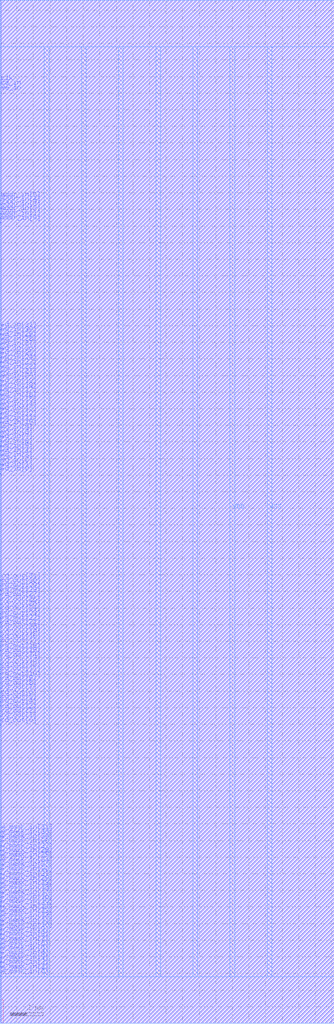
<source format=lef>
VERSION 5.7 ;
BUSBITCHARS "[]" ;
MACRO fakeram45_64x32
  FOREIGN fakeram45_64x32 0 0 ;
  SYMMETRY X Y R90 ;
  SIZE 0.19 BY 1.4 ;
  CLASS BLOCK ;
  PIN w_mask_in[0]
    DIRECTION INPUT ;
    USE SIGNAL ;
    SHAPE ABUTMENT ;
    PORT
      LAYER metal3 ;
      RECT 0.000 2.800 0.070 2.870 ;
    END
  END w_mask_in[0]
  PIN w_mask_in[1]
    DIRECTION INPUT ;
    USE SIGNAL ;
    SHAPE ABUTMENT ;
    PORT
      LAYER metal3 ;
      RECT 0.000 3.080 0.070 3.150 ;
    END
  END w_mask_in[1]
  PIN w_mask_in[2]
    DIRECTION INPUT ;
    USE SIGNAL ;
    SHAPE ABUTMENT ;
    PORT
      LAYER metal3 ;
      RECT 0.000 3.360 0.070 3.430 ;
    END
  END w_mask_in[2]
  PIN w_mask_in[3]
    DIRECTION INPUT ;
    USE SIGNAL ;
    SHAPE ABUTMENT ;
    PORT
      LAYER metal3 ;
      RECT 0.000 3.640 0.070 3.710 ;
    END
  END w_mask_in[3]
  PIN w_mask_in[4]
    DIRECTION INPUT ;
    USE SIGNAL ;
    SHAPE ABUTMENT ;
    PORT
      LAYER metal3 ;
      RECT 0.000 3.920 0.070 3.990 ;
    END
  END w_mask_in[4]
  PIN w_mask_in[5]
    DIRECTION INPUT ;
    USE SIGNAL ;
    SHAPE ABUTMENT ;
    PORT
      LAYER metal3 ;
      RECT 0.000 4.200 0.070 4.270 ;
    END
  END w_mask_in[5]
  PIN w_mask_in[6]
    DIRECTION INPUT ;
    USE SIGNAL ;
    SHAPE ABUTMENT ;
    PORT
      LAYER metal3 ;
      RECT 0.000 4.480 0.070 4.550 ;
    END
  END w_mask_in[6]
  PIN w_mask_in[7]
    DIRECTION INPUT ;
    USE SIGNAL ;
    SHAPE ABUTMENT ;
    PORT
      LAYER metal3 ;
      RECT 0.000 4.760 0.070 4.830 ;
    END
  END w_mask_in[7]
  PIN w_mask_in[8]
    DIRECTION INPUT ;
    USE SIGNAL ;
    SHAPE ABUTMENT ;
    PORT
      LAYER metal3 ;
      RECT 0.000 5.040 0.070 5.110 ;
    END
  END w_mask_in[8]
  PIN w_mask_in[9]
    DIRECTION INPUT ;
    USE SIGNAL ;
    SHAPE ABUTMENT ;
    PORT
      LAYER metal3 ;
      RECT 0.000 5.320 0.070 5.390 ;
    END
  END w_mask_in[9]
  PIN w_mask_in[10]
    DIRECTION INPUT ;
    USE SIGNAL ;
    SHAPE ABUTMENT ;
    PORT
      LAYER metal3 ;
      RECT 0.000 5.600 0.070 5.670 ;
    END
  END w_mask_in[10]
  PIN w_mask_in[11]
    DIRECTION INPUT ;
    USE SIGNAL ;
    SHAPE ABUTMENT ;
    PORT
      LAYER metal3 ;
      RECT 0.000 5.880 0.070 5.950 ;
    END
  END w_mask_in[11]
  PIN w_mask_in[12]
    DIRECTION INPUT ;
    USE SIGNAL ;
    SHAPE ABUTMENT ;
    PORT
      LAYER metal3 ;
      RECT 0.000 6.160 0.070 6.230 ;
    END
  END w_mask_in[12]
  PIN w_mask_in[13]
    DIRECTION INPUT ;
    USE SIGNAL ;
    SHAPE ABUTMENT ;
    PORT
      LAYER metal3 ;
      RECT 0.000 6.440 0.070 6.510 ;
    END
  END w_mask_in[13]
  PIN w_mask_in[14]
    DIRECTION INPUT ;
    USE SIGNAL ;
    SHAPE ABUTMENT ;
    PORT
      LAYER metal3 ;
      RECT 0.000 6.720 0.070 6.790 ;
    END
  END w_mask_in[14]
  PIN w_mask_in[15]
    DIRECTION INPUT ;
    USE SIGNAL ;
    SHAPE ABUTMENT ;
    PORT
      LAYER metal3 ;
      RECT 0.000 7.000 0.070 7.070 ;
    END
  END w_mask_in[15]
  PIN w_mask_in[16]
    DIRECTION INPUT ;
    USE SIGNAL ;
    SHAPE ABUTMENT ;
    PORT
      LAYER metal3 ;
      RECT 0.000 7.280 0.070 7.350 ;
    END
  END w_mask_in[16]
  PIN w_mask_in[17]
    DIRECTION INPUT ;
    USE SIGNAL ;
    SHAPE ABUTMENT ;
    PORT
      LAYER metal3 ;
      RECT 0.000 7.560 0.070 7.630 ;
    END
  END w_mask_in[17]
  PIN w_mask_in[18]
    DIRECTION INPUT ;
    USE SIGNAL ;
    SHAPE ABUTMENT ;
    PORT
      LAYER metal3 ;
      RECT 0.000 7.840 0.070 7.910 ;
    END
  END w_mask_in[18]
  PIN w_mask_in[19]
    DIRECTION INPUT ;
    USE SIGNAL ;
    SHAPE ABUTMENT ;
    PORT
      LAYER metal3 ;
      RECT 0.000 8.120 0.070 8.190 ;
    END
  END w_mask_in[19]
  PIN w_mask_in[20]
    DIRECTION INPUT ;
    USE SIGNAL ;
    SHAPE ABUTMENT ;
    PORT
      LAYER metal3 ;
      RECT 0.000 8.400 0.070 8.470 ;
    END
  END w_mask_in[20]
  PIN w_mask_in[21]
    DIRECTION INPUT ;
    USE SIGNAL ;
    SHAPE ABUTMENT ;
    PORT
      LAYER metal3 ;
      RECT 0.000 8.680 0.070 8.750 ;
    END
  END w_mask_in[21]
  PIN w_mask_in[22]
    DIRECTION INPUT ;
    USE SIGNAL ;
    SHAPE ABUTMENT ;
    PORT
      LAYER metal3 ;
      RECT 0.000 8.960 0.070 9.030 ;
    END
  END w_mask_in[22]
  PIN w_mask_in[23]
    DIRECTION INPUT ;
    USE SIGNAL ;
    SHAPE ABUTMENT ;
    PORT
      LAYER metal3 ;
      RECT 0.000 9.240 0.070 9.310 ;
    END
  END w_mask_in[23]
  PIN w_mask_in[24]
    DIRECTION INPUT ;
    USE SIGNAL ;
    SHAPE ABUTMENT ;
    PORT
      LAYER metal3 ;
      RECT 0.000 9.520 0.070 9.590 ;
    END
  END w_mask_in[24]
  PIN w_mask_in[25]
    DIRECTION INPUT ;
    USE SIGNAL ;
    SHAPE ABUTMENT ;
    PORT
      LAYER metal3 ;
      RECT 0.000 9.800 0.070 9.870 ;
    END
  END w_mask_in[25]
  PIN w_mask_in[26]
    DIRECTION INPUT ;
    USE SIGNAL ;
    SHAPE ABUTMENT ;
    PORT
      LAYER metal3 ;
      RECT 0.000 10.080 0.070 10.150 ;
    END
  END w_mask_in[26]
  PIN w_mask_in[27]
    DIRECTION INPUT ;
    USE SIGNAL ;
    SHAPE ABUTMENT ;
    PORT
      LAYER metal3 ;
      RECT 0.000 10.360 0.070 10.430 ;
    END
  END w_mask_in[27]
  PIN w_mask_in[28]
    DIRECTION INPUT ;
    USE SIGNAL ;
    SHAPE ABUTMENT ;
    PORT
      LAYER metal3 ;
      RECT 0.000 10.640 0.070 10.710 ;
    END
  END w_mask_in[28]
  PIN w_mask_in[29]
    DIRECTION INPUT ;
    USE SIGNAL ;
    SHAPE ABUTMENT ;
    PORT
      LAYER metal3 ;
      RECT 0.000 10.920 0.070 10.990 ;
    END
  END w_mask_in[29]
  PIN w_mask_in[30]
    DIRECTION INPUT ;
    USE SIGNAL ;
    SHAPE ABUTMENT ;
    PORT
      LAYER metal3 ;
      RECT 0.000 11.200 0.070 11.270 ;
    END
  END w_mask_in[30]
  PIN w_mask_in[31]
    DIRECTION INPUT ;
    USE SIGNAL ;
    SHAPE ABUTMENT ;
    PORT
      LAYER metal3 ;
      RECT 0.000 11.480 0.070 11.550 ;
    END
  END w_mask_in[31]
  PIN rd_out[0]
    DIRECTION OUTPUT ;
    USE SIGNAL ;
    SHAPE ABUTMENT ;
    PORT
      LAYER metal3 ;
      RECT 0.000 17.920 0.070 17.990 ;
    END
  END rd_out[0]
  PIN rd_out[1]
    DIRECTION OUTPUT ;
    USE SIGNAL ;
    SHAPE ABUTMENT ;
    PORT
      LAYER metal3 ;
      RECT 0.000 18.200 0.070 18.270 ;
    END
  END rd_out[1]
  PIN rd_out[2]
    DIRECTION OUTPUT ;
    USE SIGNAL ;
    SHAPE ABUTMENT ;
    PORT
      LAYER metal3 ;
      RECT 0.000 18.480 0.070 18.550 ;
    END
  END rd_out[2]
  PIN rd_out[3]
    DIRECTION OUTPUT ;
    USE SIGNAL ;
    SHAPE ABUTMENT ;
    PORT
      LAYER metal3 ;
      RECT 0.000 18.760 0.070 18.830 ;
    END
  END rd_out[3]
  PIN rd_out[4]
    DIRECTION OUTPUT ;
    USE SIGNAL ;
    SHAPE ABUTMENT ;
    PORT
      LAYER metal3 ;
      RECT 0.000 19.040 0.070 19.110 ;
    END
  END rd_out[4]
  PIN rd_out[5]
    DIRECTION OUTPUT ;
    USE SIGNAL ;
    SHAPE ABUTMENT ;
    PORT
      LAYER metal3 ;
      RECT 0.000 19.320 0.070 19.390 ;
    END
  END rd_out[5]
  PIN rd_out[6]
    DIRECTION OUTPUT ;
    USE SIGNAL ;
    SHAPE ABUTMENT ;
    PORT
      LAYER metal3 ;
      RECT 0.000 19.600 0.070 19.670 ;
    END
  END rd_out[6]
  PIN rd_out[7]
    DIRECTION OUTPUT ;
    USE SIGNAL ;
    SHAPE ABUTMENT ;
    PORT
      LAYER metal3 ;
      RECT 0.000 19.880 0.070 19.950 ;
    END
  END rd_out[7]
  PIN rd_out[8]
    DIRECTION OUTPUT ;
    USE SIGNAL ;
    SHAPE ABUTMENT ;
    PORT
      LAYER metal3 ;
      RECT 0.000 20.160 0.070 20.230 ;
    END
  END rd_out[8]
  PIN rd_out[9]
    DIRECTION OUTPUT ;
    USE SIGNAL ;
    SHAPE ABUTMENT ;
    PORT
      LAYER metal3 ;
      RECT 0.000 20.440 0.070 20.510 ;
    END
  END rd_out[9]
  PIN rd_out[10]
    DIRECTION OUTPUT ;
    USE SIGNAL ;
    SHAPE ABUTMENT ;
    PORT
      LAYER metal3 ;
      RECT 0.000 20.720 0.070 20.790 ;
    END
  END rd_out[10]
  PIN rd_out[11]
    DIRECTION OUTPUT ;
    USE SIGNAL ;
    SHAPE ABUTMENT ;
    PORT
      LAYER metal3 ;
      RECT 0.000 21.000 0.070 21.070 ;
    END
  END rd_out[11]
  PIN rd_out[12]
    DIRECTION OUTPUT ;
    USE SIGNAL ;
    SHAPE ABUTMENT ;
    PORT
      LAYER metal3 ;
      RECT 0.000 21.280 0.070 21.350 ;
    END
  END rd_out[12]
  PIN rd_out[13]
    DIRECTION OUTPUT ;
    USE SIGNAL ;
    SHAPE ABUTMENT ;
    PORT
      LAYER metal3 ;
      RECT 0.000 21.560 0.070 21.630 ;
    END
  END rd_out[13]
  PIN rd_out[14]
    DIRECTION OUTPUT ;
    USE SIGNAL ;
    SHAPE ABUTMENT ;
    PORT
      LAYER metal3 ;
      RECT 0.000 21.840 0.070 21.910 ;
    END
  END rd_out[14]
  PIN rd_out[15]
    DIRECTION OUTPUT ;
    USE SIGNAL ;
    SHAPE ABUTMENT ;
    PORT
      LAYER metal3 ;
      RECT 0.000 22.120 0.070 22.190 ;
    END
  END rd_out[15]
  PIN rd_out[16]
    DIRECTION OUTPUT ;
    USE SIGNAL ;
    SHAPE ABUTMENT ;
    PORT
      LAYER metal3 ;
      RECT 0.000 22.400 0.070 22.470 ;
    END
  END rd_out[16]
  PIN rd_out[17]
    DIRECTION OUTPUT ;
    USE SIGNAL ;
    SHAPE ABUTMENT ;
    PORT
      LAYER metal3 ;
      RECT 0.000 22.680 0.070 22.750 ;
    END
  END rd_out[17]
  PIN rd_out[18]
    DIRECTION OUTPUT ;
    USE SIGNAL ;
    SHAPE ABUTMENT ;
    PORT
      LAYER metal3 ;
      RECT 0.000 22.960 0.070 23.030 ;
    END
  END rd_out[18]
  PIN rd_out[19]
    DIRECTION OUTPUT ;
    USE SIGNAL ;
    SHAPE ABUTMENT ;
    PORT
      LAYER metal3 ;
      RECT 0.000 23.240 0.070 23.310 ;
    END
  END rd_out[19]
  PIN rd_out[20]
    DIRECTION OUTPUT ;
    USE SIGNAL ;
    SHAPE ABUTMENT ;
    PORT
      LAYER metal3 ;
      RECT 0.000 23.520 0.070 23.590 ;
    END
  END rd_out[20]
  PIN rd_out[21]
    DIRECTION OUTPUT ;
    USE SIGNAL ;
    SHAPE ABUTMENT ;
    PORT
      LAYER metal3 ;
      RECT 0.000 23.800 0.070 23.870 ;
    END
  END rd_out[21]
  PIN rd_out[22]
    DIRECTION OUTPUT ;
    USE SIGNAL ;
    SHAPE ABUTMENT ;
    PORT
      LAYER metal3 ;
      RECT 0.000 24.080 0.070 24.150 ;
    END
  END rd_out[22]
  PIN rd_out[23]
    DIRECTION OUTPUT ;
    USE SIGNAL ;
    SHAPE ABUTMENT ;
    PORT
      LAYER metal3 ;
      RECT 0.000 24.360 0.070 24.430 ;
    END
  END rd_out[23]
  PIN rd_out[24]
    DIRECTION OUTPUT ;
    USE SIGNAL ;
    SHAPE ABUTMENT ;
    PORT
      LAYER metal3 ;
      RECT 0.000 24.640 0.070 24.710 ;
    END
  END rd_out[24]
  PIN rd_out[25]
    DIRECTION OUTPUT ;
    USE SIGNAL ;
    SHAPE ABUTMENT ;
    PORT
      LAYER metal3 ;
      RECT 0.000 24.920 0.070 24.990 ;
    END
  END rd_out[25]
  PIN rd_out[26]
    DIRECTION OUTPUT ;
    USE SIGNAL ;
    SHAPE ABUTMENT ;
    PORT
      LAYER metal3 ;
      RECT 0.000 25.200 0.070 25.270 ;
    END
  END rd_out[26]
  PIN rd_out[27]
    DIRECTION OUTPUT ;
    USE SIGNAL ;
    SHAPE ABUTMENT ;
    PORT
      LAYER metal3 ;
      RECT 0.000 25.480 0.070 25.550 ;
    END
  END rd_out[27]
  PIN rd_out[28]
    DIRECTION OUTPUT ;
    USE SIGNAL ;
    SHAPE ABUTMENT ;
    PORT
      LAYER metal3 ;
      RECT 0.000 25.760 0.070 25.830 ;
    END
  END rd_out[28]
  PIN rd_out[29]
    DIRECTION OUTPUT ;
    USE SIGNAL ;
    SHAPE ABUTMENT ;
    PORT
      LAYER metal3 ;
      RECT 0.000 26.040 0.070 26.110 ;
    END
  END rd_out[29]
  PIN rd_out[30]
    DIRECTION OUTPUT ;
    USE SIGNAL ;
    SHAPE ABUTMENT ;
    PORT
      LAYER metal3 ;
      RECT 0.000 26.320 0.070 26.390 ;
    END
  END rd_out[30]
  PIN rd_out[31]
    DIRECTION OUTPUT ;
    USE SIGNAL ;
    SHAPE ABUTMENT ;
    PORT
      LAYER metal3 ;
      RECT 0.000 26.600 0.070 26.670 ;
    END
  END rd_out[31]
  PIN wd_in[0]
    DIRECTION INPUT ;
    USE SIGNAL ;
    SHAPE ABUTMENT ;
    PORT
      LAYER metal3 ;
      RECT 0.000 33.040 0.070 33.110 ;
    END
  END wd_in[0]
  PIN wd_in[1]
    DIRECTION INPUT ;
    USE SIGNAL ;
    SHAPE ABUTMENT ;
    PORT
      LAYER metal3 ;
      RECT 0.000 33.320 0.070 33.390 ;
    END
  END wd_in[1]
  PIN wd_in[2]
    DIRECTION INPUT ;
    USE SIGNAL ;
    SHAPE ABUTMENT ;
    PORT
      LAYER metal3 ;
      RECT 0.000 33.600 0.070 33.670 ;
    END
  END wd_in[2]
  PIN wd_in[3]
    DIRECTION INPUT ;
    USE SIGNAL ;
    SHAPE ABUTMENT ;
    PORT
      LAYER metal3 ;
      RECT 0.000 33.880 0.070 33.950 ;
    END
  END wd_in[3]
  PIN wd_in[4]
    DIRECTION INPUT ;
    USE SIGNAL ;
    SHAPE ABUTMENT ;
    PORT
      LAYER metal3 ;
      RECT 0.000 34.160 0.070 34.230 ;
    END
  END wd_in[4]
  PIN wd_in[5]
    DIRECTION INPUT ;
    USE SIGNAL ;
    SHAPE ABUTMENT ;
    PORT
      LAYER metal3 ;
      RECT 0.000 34.440 0.070 34.510 ;
    END
  END wd_in[5]
  PIN wd_in[6]
    DIRECTION INPUT ;
    USE SIGNAL ;
    SHAPE ABUTMENT ;
    PORT
      LAYER metal3 ;
      RECT 0.000 34.720 0.070 34.790 ;
    END
  END wd_in[6]
  PIN wd_in[7]
    DIRECTION INPUT ;
    USE SIGNAL ;
    SHAPE ABUTMENT ;
    PORT
      LAYER metal3 ;
      RECT 0.000 35.000 0.070 35.070 ;
    END
  END wd_in[7]
  PIN wd_in[8]
    DIRECTION INPUT ;
    USE SIGNAL ;
    SHAPE ABUTMENT ;
    PORT
      LAYER metal3 ;
      RECT 0.000 35.280 0.070 35.350 ;
    END
  END wd_in[8]
  PIN wd_in[9]
    DIRECTION INPUT ;
    USE SIGNAL ;
    SHAPE ABUTMENT ;
    PORT
      LAYER metal3 ;
      RECT 0.000 35.560 0.070 35.630 ;
    END
  END wd_in[9]
  PIN wd_in[10]
    DIRECTION INPUT ;
    USE SIGNAL ;
    SHAPE ABUTMENT ;
    PORT
      LAYER metal3 ;
      RECT 0.000 35.840 0.070 35.910 ;
    END
  END wd_in[10]
  PIN wd_in[11]
    DIRECTION INPUT ;
    USE SIGNAL ;
    SHAPE ABUTMENT ;
    PORT
      LAYER metal3 ;
      RECT 0.000 36.120 0.070 36.190 ;
    END
  END wd_in[11]
  PIN wd_in[12]
    DIRECTION INPUT ;
    USE SIGNAL ;
    SHAPE ABUTMENT ;
    PORT
      LAYER metal3 ;
      RECT 0.000 36.400 0.070 36.470 ;
    END
  END wd_in[12]
  PIN wd_in[13]
    DIRECTION INPUT ;
    USE SIGNAL ;
    SHAPE ABUTMENT ;
    PORT
      LAYER metal3 ;
      RECT 0.000 36.680 0.070 36.750 ;
    END
  END wd_in[13]
  PIN wd_in[14]
    DIRECTION INPUT ;
    USE SIGNAL ;
    SHAPE ABUTMENT ;
    PORT
      LAYER metal3 ;
      RECT 0.000 36.960 0.070 37.030 ;
    END
  END wd_in[14]
  PIN wd_in[15]
    DIRECTION INPUT ;
    USE SIGNAL ;
    SHAPE ABUTMENT ;
    PORT
      LAYER metal3 ;
      RECT 0.000 37.240 0.070 37.310 ;
    END
  END wd_in[15]
  PIN wd_in[16]
    DIRECTION INPUT ;
    USE SIGNAL ;
    SHAPE ABUTMENT ;
    PORT
      LAYER metal3 ;
      RECT 0.000 37.520 0.070 37.590 ;
    END
  END wd_in[16]
  PIN wd_in[17]
    DIRECTION INPUT ;
    USE SIGNAL ;
    SHAPE ABUTMENT ;
    PORT
      LAYER metal3 ;
      RECT 0.000 37.800 0.070 37.870 ;
    END
  END wd_in[17]
  PIN wd_in[18]
    DIRECTION INPUT ;
    USE SIGNAL ;
    SHAPE ABUTMENT ;
    PORT
      LAYER metal3 ;
      RECT 0.000 38.080 0.070 38.150 ;
    END
  END wd_in[18]
  PIN wd_in[19]
    DIRECTION INPUT ;
    USE SIGNAL ;
    SHAPE ABUTMENT ;
    PORT
      LAYER metal3 ;
      RECT 0.000 38.360 0.070 38.430 ;
    END
  END wd_in[19]
  PIN wd_in[20]
    DIRECTION INPUT ;
    USE SIGNAL ;
    SHAPE ABUTMENT ;
    PORT
      LAYER metal3 ;
      RECT 0.000 38.640 0.070 38.710 ;
    END
  END wd_in[20]
  PIN wd_in[21]
    DIRECTION INPUT ;
    USE SIGNAL ;
    SHAPE ABUTMENT ;
    PORT
      LAYER metal3 ;
      RECT 0.000 38.920 0.070 38.990 ;
    END
  END wd_in[21]
  PIN wd_in[22]
    DIRECTION INPUT ;
    USE SIGNAL ;
    SHAPE ABUTMENT ;
    PORT
      LAYER metal3 ;
      RECT 0.000 39.200 0.070 39.270 ;
    END
  END wd_in[22]
  PIN wd_in[23]
    DIRECTION INPUT ;
    USE SIGNAL ;
    SHAPE ABUTMENT ;
    PORT
      LAYER metal3 ;
      RECT 0.000 39.480 0.070 39.550 ;
    END
  END wd_in[23]
  PIN wd_in[24]
    DIRECTION INPUT ;
    USE SIGNAL ;
    SHAPE ABUTMENT ;
    PORT
      LAYER metal3 ;
      RECT 0.000 39.760 0.070 39.830 ;
    END
  END wd_in[24]
  PIN wd_in[25]
    DIRECTION INPUT ;
    USE SIGNAL ;
    SHAPE ABUTMENT ;
    PORT
      LAYER metal3 ;
      RECT 0.000 40.040 0.070 40.110 ;
    END
  END wd_in[25]
  PIN wd_in[26]
    DIRECTION INPUT ;
    USE SIGNAL ;
    SHAPE ABUTMENT ;
    PORT
      LAYER metal3 ;
      RECT 0.000 40.320 0.070 40.390 ;
    END
  END wd_in[26]
  PIN wd_in[27]
    DIRECTION INPUT ;
    USE SIGNAL ;
    SHAPE ABUTMENT ;
    PORT
      LAYER metal3 ;
      RECT 0.000 40.600 0.070 40.670 ;
    END
  END wd_in[27]
  PIN wd_in[28]
    DIRECTION INPUT ;
    USE SIGNAL ;
    SHAPE ABUTMENT ;
    PORT
      LAYER metal3 ;
      RECT 0.000 40.880 0.070 40.950 ;
    END
  END wd_in[28]
  PIN wd_in[29]
    DIRECTION INPUT ;
    USE SIGNAL ;
    SHAPE ABUTMENT ;
    PORT
      LAYER metal3 ;
      RECT 0.000 41.160 0.070 41.230 ;
    END
  END wd_in[29]
  PIN wd_in[30]
    DIRECTION INPUT ;
    USE SIGNAL ;
    SHAPE ABUTMENT ;
    PORT
      LAYER metal3 ;
      RECT 0.000 41.440 0.070 41.510 ;
    END
  END wd_in[30]
  PIN wd_in[31]
    DIRECTION INPUT ;
    USE SIGNAL ;
    SHAPE ABUTMENT ;
    PORT
      LAYER metal3 ;
      RECT 0.000 41.720 0.070 41.790 ;
    END
  END wd_in[31]
  PIN addr_in[0]
    DIRECTION INPUT ;
    USE SIGNAL ;
    SHAPE ABUTMENT ;
    PORT
      LAYER metal3 ;
      RECT 0.000 48.160 0.070 48.230 ;
    END
  END addr_in[0]
  PIN addr_in[1]
    DIRECTION INPUT ;
    USE SIGNAL ;
    SHAPE ABUTMENT ;
    PORT
      LAYER metal3 ;
      RECT 0.000 48.440 0.070 48.510 ;
    END
  END addr_in[1]
  PIN addr_in[2]
    DIRECTION INPUT ;
    USE SIGNAL ;
    SHAPE ABUTMENT ;
    PORT
      LAYER metal3 ;
      RECT 0.000 48.720 0.070 48.790 ;
    END
  END addr_in[2]
  PIN addr_in[3]
    DIRECTION INPUT ;
    USE SIGNAL ;
    SHAPE ABUTMENT ;
    PORT
      LAYER metal3 ;
      RECT 0.000 49.000 0.070 49.070 ;
    END
  END addr_in[3]
  PIN addr_in[4]
    DIRECTION INPUT ;
    USE SIGNAL ;
    SHAPE ABUTMENT ;
    PORT
      LAYER metal3 ;
      RECT 0.000 49.280 0.070 49.350 ;
    END
  END addr_in[4]
  PIN addr_in[5]
    DIRECTION INPUT ;
    USE SIGNAL ;
    SHAPE ABUTMENT ;
    PORT
      LAYER metal3 ;
      RECT 0.000 49.560 0.070 49.630 ;
    END
  END addr_in[5]
  PIN we_in
    DIRECTION INPUT ;
    USE SIGNAL ;
    SHAPE ABUTMENT ;
    PORT
      LAYER metal3 ;
      RECT 0.000 56.000 0.070 56.070 ;
    END
  END we_in
  PIN ce_in
    DIRECTION INPUT ;
    USE SIGNAL ;
    SHAPE ABUTMENT ;
    PORT
      LAYER metal3 ;
      RECT 0.000 56.280 0.070 56.350 ;
    END
  END ce_in
  PIN clk
    DIRECTION INPUT ;
    USE SIGNAL ;
    SHAPE ABUTMENT ;
    PORT
      LAYER metal3 ;
      RECT 0.000 56.560 0.070 56.630 ;
    END
  END clk
  PIN VSS
    DIRECTION INOUT ;
    USE GROUND ;
    PORT
      LAYER metal4 ;
      RECT 2.660 2.800 2.940 58.800 ;
      RECT 7.140 2.800 7.420 58.800 ;
      RECT 11.620 2.800 11.900 58.800 ;
      RECT 16.100 2.800 16.380 58.800 ;
    END
  END VSS
  PIN VDD
    DIRECTION INOUT ;
    USE POWER ;
    PORT
      LAYER metal4 ;
      RECT 4.900 2.800 5.180 58.800 ;
      RECT 9.380 2.800 9.660 58.800 ;
      RECT 13.860 2.800 14.140 58.800 ;
    END
  END VDD
  OBS
    LAYER metal1 ;
    RECT 0 0 20.140 61.600 ;
    LAYER metal2 ;
    RECT 0 0 20.140 61.600 ;
    LAYER metal3 ;
    RECT 0.070 0 20.140 61.600 ;
    RECT 0 0.000 0.070 2.800 ;
    RECT 0 2.870 0.070 3.080 ;
    RECT 0 3.150 0.070 3.360 ;
    RECT 0 3.430 0.070 3.640 ;
    RECT 0 3.710 0.070 3.920 ;
    RECT 0 3.990 0.070 4.200 ;
    RECT 0 4.270 0.070 4.480 ;
    RECT 0 4.550 0.070 4.760 ;
    RECT 0 4.830 0.070 5.040 ;
    RECT 0 5.110 0.070 5.320 ;
    RECT 0 5.390 0.070 5.600 ;
    RECT 0 5.670 0.070 5.880 ;
    RECT 0 5.950 0.070 6.160 ;
    RECT 0 6.230 0.070 6.440 ;
    RECT 0 6.510 0.070 6.720 ;
    RECT 0 6.790 0.070 7.000 ;
    RECT 0 7.070 0.070 7.280 ;
    RECT 0 7.350 0.070 7.560 ;
    RECT 0 7.630 0.070 7.840 ;
    RECT 0 7.910 0.070 8.120 ;
    RECT 0 8.190 0.070 8.400 ;
    RECT 0 8.470 0.070 8.680 ;
    RECT 0 8.750 0.070 8.960 ;
    RECT 0 9.030 0.070 9.240 ;
    RECT 0 9.310 0.070 9.520 ;
    RECT 0 9.590 0.070 9.800 ;
    RECT 0 9.870 0.070 10.080 ;
    RECT 0 10.150 0.070 10.360 ;
    RECT 0 10.430 0.070 10.640 ;
    RECT 0 10.710 0.070 10.920 ;
    RECT 0 10.990 0.070 11.200 ;
    RECT 0 11.270 0.070 11.480 ;
    RECT 0 11.550 0.070 17.920 ;
    RECT 0 17.990 0.070 18.200 ;
    RECT 0 18.270 0.070 18.480 ;
    RECT 0 18.550 0.070 18.760 ;
    RECT 0 18.830 0.070 19.040 ;
    RECT 0 19.110 0.070 19.320 ;
    RECT 0 19.390 0.070 19.600 ;
    RECT 0 19.670 0.070 19.880 ;
    RECT 0 19.950 0.070 20.160 ;
    RECT 0 20.230 0.070 20.440 ;
    RECT 0 20.510 0.070 20.720 ;
    RECT 0 20.790 0.070 21.000 ;
    RECT 0 21.070 0.070 21.280 ;
    RECT 0 21.350 0.070 21.560 ;
    RECT 0 21.630 0.070 21.840 ;
    RECT 0 21.910 0.070 22.120 ;
    RECT 0 22.190 0.070 22.400 ;
    RECT 0 22.470 0.070 22.680 ;
    RECT 0 22.750 0.070 22.960 ;
    RECT 0 23.030 0.070 23.240 ;
    RECT 0 23.310 0.070 23.520 ;
    RECT 0 23.590 0.070 23.800 ;
    RECT 0 23.870 0.070 24.080 ;
    RECT 0 24.150 0.070 24.360 ;
    RECT 0 24.430 0.070 24.640 ;
    RECT 0 24.710 0.070 24.920 ;
    RECT 0 24.990 0.070 25.200 ;
    RECT 0 25.270 0.070 25.480 ;
    RECT 0 25.550 0.070 25.760 ;
    RECT 0 25.830 0.070 26.040 ;
    RECT 0 26.110 0.070 26.320 ;
    RECT 0 26.390 0.070 26.600 ;
    RECT 0 26.670 0.070 33.040 ;
    RECT 0 33.110 0.070 33.320 ;
    RECT 0 33.390 0.070 33.600 ;
    RECT 0 33.670 0.070 33.880 ;
    RECT 0 33.950 0.070 34.160 ;
    RECT 0 34.230 0.070 34.440 ;
    RECT 0 34.510 0.070 34.720 ;
    RECT 0 34.790 0.070 35.000 ;
    RECT 0 35.070 0.070 35.280 ;
    RECT 0 35.350 0.070 35.560 ;
    RECT 0 35.630 0.070 35.840 ;
    RECT 0 35.910 0.070 36.120 ;
    RECT 0 36.190 0.070 36.400 ;
    RECT 0 36.470 0.070 36.680 ;
    RECT 0 36.750 0.070 36.960 ;
    RECT 0 37.030 0.070 37.240 ;
    RECT 0 37.310 0.070 37.520 ;
    RECT 0 37.590 0.070 37.800 ;
    RECT 0 37.870 0.070 38.080 ;
    RECT 0 38.150 0.070 38.360 ;
    RECT 0 38.430 0.070 38.640 ;
    RECT 0 38.710 0.070 38.920 ;
    RECT 0 38.990 0.070 39.200 ;
    RECT 0 39.270 0.070 39.480 ;
    RECT 0 39.550 0.070 39.760 ;
    RECT 0 39.830 0.070 40.040 ;
    RECT 0 40.110 0.070 40.320 ;
    RECT 0 40.390 0.070 40.600 ;
    RECT 0 40.670 0.070 40.880 ;
    RECT 0 40.950 0.070 41.160 ;
    RECT 0 41.230 0.070 41.440 ;
    RECT 0 41.510 0.070 41.720 ;
    RECT 0 41.790 0.070 48.160 ;
    RECT 0 48.230 0.070 48.440 ;
    RECT 0 48.510 0.070 48.720 ;
    RECT 0 48.790 0.070 49.000 ;
    RECT 0 49.070 0.070 49.280 ;
    RECT 0 49.350 0.070 49.560 ;
    RECT 0 49.630 0.070 56.000 ;
    RECT 0 56.070 0.070 56.280 ;
    RECT 0 56.350 0.070 56.560 ;
    RECT 0 56.630 0.070 61.600 ;
    LAYER metal4 ;
    RECT 0 0 20.140 2.800 ;
    RECT 0 58.800 20.140 61.600 ;
    RECT 0.000 2.800 2.660 58.800 ;
    RECT 2.940 2.800 4.900 58.800 ;
    RECT 5.180 2.800 7.140 58.800 ;
    RECT 7.420 2.800 9.380 58.800 ;
    RECT 9.660 2.800 11.620 58.800 ;
    RECT 11.900 2.800 13.860 58.800 ;
    RECT 14.140 2.800 16.100 58.800 ;
    RECT 16.380 2.800 20.140 58.800 ;
  END
END fakeram45_64x32

END LIBRARY

</source>
